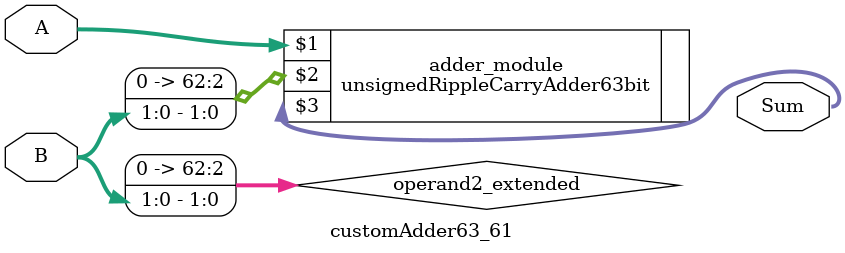
<source format=v>
module customAdder63_61(
                        input [62 : 0] A,
                        input [1 : 0] B,
                        
                        output [63 : 0] Sum
                );

        wire [62 : 0] operand2_extended;
        
        assign operand2_extended =  {61'b0, B};
        
        unsignedRippleCarryAdder63bit adder_module(
            A,
            operand2_extended,
            Sum
        );
        
        endmodule
        
</source>
